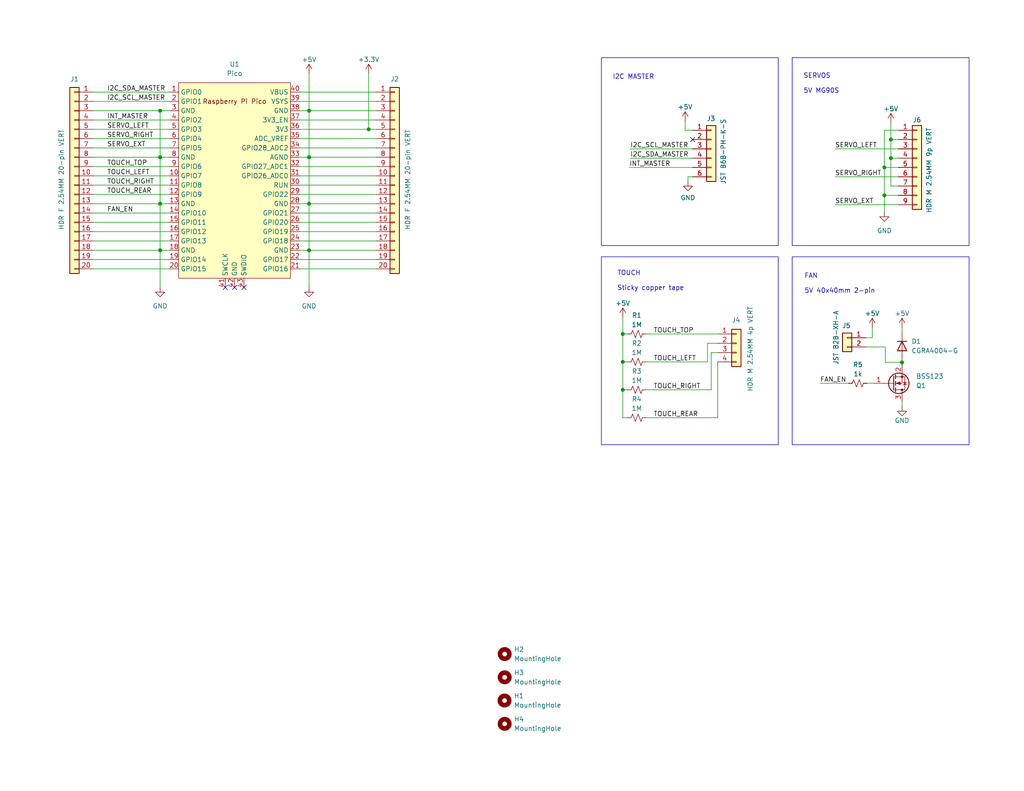
<source format=kicad_sch>
(kicad_sch (version 20230121) (generator eeschema)
  (paper "USLetter")
  (title_block (title "Raspberry Pi Pico Breakout - Head") (company "Maker's Pet") (comment 1 "makerspet.com"))
  (lib_symbols
    (symbol "Connector_Generic:Conn_01x02" (pin_names (offset 1.016) hide)
      (property "Reference" "J" (at 0 2.54 0))
      (property "Value" "Conn_01x02" (at 0 -5.08 0))
      (symbol "Conn_01x02_1_1"
        (rectangle (start -1.27 -2.413) (end 0 -2.667) (stroke (width 0.1524)))
        (rectangle (start -1.27 0.127) (end 0 -0.127) (stroke (width 0.1524)))
        (rectangle (start -1.27 1.27) (end 1.27 -3.81) (stroke (width 0.254)) (fill (type background)))
        (pin passive line (at -5.08 0 0) (length 3.81) (name "Pin_1") (number "1"))
        (pin passive line (at -5.08 -2.54 0) (length 3.81) (name "Pin_2") (number "2"))
      )
    )
    (symbol "Connector_Generic:Conn_01x04" (pin_names (offset 1.016) hide)
      (property "Reference" "J" (at 0 5.08 0))
      (property "Value" "Conn_01x04" (at 0 -7.62 0))
      (symbol "Conn_01x04_1_1"
        (rectangle (start -1.27 -4.953) (end 0 -5.207) (stroke (width 0.1524)))
        (rectangle (start -1.27 -2.413) (end 0 -2.667) (stroke (width 0.1524)))
        (rectangle (start -1.27 0.127) (end 0 -0.127) (stroke (width 0.1524)))
        (rectangle (start -1.27 2.667) (end 0 2.413) (stroke (width 0.1524)))
        (rectangle (start -1.27 3.81) (end 1.27 -6.35) (stroke (width 0.254)) (fill (type background)))
        (pin passive line (at -5.08 2.54 0) (length 3.81) (name "Pin_1") (number "1"))
        (pin passive line (at -5.08 0 0) (length 3.81) (name "Pin_2") (number "2"))
        (pin passive line (at -5.08 -2.54 0) (length 3.81) (name "Pin_3") (number "3"))
        (pin passive line (at -5.08 -5.08 0) (length 3.81) (name "Pin_4") (number "4"))
      )
    )
    (symbol "Connector_Generic:Conn_01x06" (pin_names (offset 1.016) hide)
      (property "Reference" "J" (at 0 7.62 0))
      (property "Value" "Conn_01x06" (at 0 -10.16 0))
      (symbol "Conn_01x06_1_1"
        (rectangle (start -1.27 -7.493) (end 0 -7.747) (stroke (width 0.1524)))
        (rectangle (start -1.27 -4.953) (end 0 -5.207) (stroke (width 0.1524)))
        (rectangle (start -1.27 -2.413) (end 0 -2.667) (stroke (width 0.1524)))
        (rectangle (start -1.27 0.127) (end 0 -0.127) (stroke (width 0.1524)))
        (rectangle (start -1.27 2.667) (end 0 2.413) (stroke (width 0.1524)))
        (rectangle (start -1.27 5.207) (end 0 4.953) (stroke (width 0.1524)))
        (rectangle (start -1.27 6.35) (end 1.27 -8.89) (stroke (width 0.254)) (fill (type background)))
        (pin passive line (at -5.08 5.08 0) (length 3.81) (name "Pin_1") (number "1"))
        (pin passive line (at -5.08 2.54 0) (length 3.81) (name "Pin_2") (number "2"))
        (pin passive line (at -5.08 0 0) (length 3.81) (name "Pin_3") (number "3"))
        (pin passive line (at -5.08 -2.54 0) (length 3.81) (name "Pin_4") (number "4"))
        (pin passive line (at -5.08 -5.08 0) (length 3.81) (name "Pin_5") (number "5"))
        (pin passive line (at -5.08 -7.62 0) (length 3.81) (name "Pin_6") (number "6"))
      )
    )
    (symbol "Connector_Generic:Conn_01x09" (pin_names (offset 1.016) hide)
      (property "Reference" "J" (at 0 12.7 0))
      (property "Value" "Conn_01x09" (at 0 -12.7 0))
      (symbol "Conn_01x09_1_1"
        (rectangle (start -1.27 -10.033) (end 0 -10.287) (stroke (width 0.1524)))
        (rectangle (start -1.27 -7.493) (end 0 -7.747) (stroke (width 0.1524)))
        (rectangle (start -1.27 -4.953) (end 0 -5.207) (stroke (width 0.1524)))
        (rectangle (start -1.27 -2.413) (end 0 -2.667) (stroke (width 0.1524)))
        (rectangle (start -1.27 0.127) (end 0 -0.127) (stroke (width 0.1524)))
        (rectangle (start -1.27 2.667) (end 0 2.413) (stroke (width 0.1524)))
        (rectangle (start -1.27 5.207) (end 0 4.953) (stroke (width 0.1524)))
        (rectangle (start -1.27 7.747) (end 0 7.493) (stroke (width 0.1524)))
        (rectangle (start -1.27 10.287) (end 0 10.033) (stroke (width 0.1524)))
        (rectangle (start -1.27 11.43) (end 1.27 -11.43) (stroke (width 0.254)) (fill (type background)))
        (pin passive line (at -5.08 10.16 0) (length 3.81) (name "Pin_1") (number "1"))
        (pin passive line (at -5.08 7.62 0) (length 3.81) (name "Pin_2") (number "2"))
        (pin passive line (at -5.08 5.08 0) (length 3.81) (name "Pin_3") (number "3"))
        (pin passive line (at -5.08 2.54 0) (length 3.81) (name "Pin_4") (number "4"))
        (pin passive line (at -5.08 0 0) (length 3.81) (name "Pin_5") (number "5"))
        (pin passive line (at -5.08 -2.54 0) (length 3.81) (name "Pin_6") (number "6"))
        (pin passive line (at -5.08 -5.08 0) (length 3.81) (name "Pin_7") (number "7"))
        (pin passive line (at -5.08 -7.62 0) (length 3.81) (name "Pin_8") (number "8"))
        (pin passive line (at -5.08 -10.16 0) (length 3.81) (name "Pin_9") (number "9"))
      )
    )
    (symbol "Connector_Generic:Conn_01x20" (pin_names (offset 1.016) hide)
      (property "Reference" "J" (at 0 25.4 0))
      (property "Value" "Conn_01x20" (at 0 -27.94 0))
      (symbol "Conn_01x20_1_1"
        (rectangle (start -1.27 -25.273) (end 0 -25.527) (stroke (width 0.1524)))
        (rectangle (start -1.27 -22.733) (end 0 -22.987) (stroke (width 0.1524)))
        (rectangle (start -1.27 -20.193) (end 0 -20.447) (stroke (width 0.1524)))
        (rectangle (start -1.27 -17.653) (end 0 -17.907) (stroke (width 0.1524)))
        (rectangle (start -1.27 -15.113) (end 0 -15.367) (stroke (width 0.1524)))
        (rectangle (start -1.27 -12.573) (end 0 -12.827) (stroke (width 0.1524)))
        (rectangle (start -1.27 -10.033) (end 0 -10.287) (stroke (width 0.1524)))
        (rectangle (start -1.27 -7.493) (end 0 -7.747) (stroke (width 0.1524)))
        (rectangle (start -1.27 -4.953) (end 0 -5.207) (stroke (width 0.1524)))
        (rectangle (start -1.27 -2.413) (end 0 -2.667) (stroke (width 0.1524)))
        (rectangle (start -1.27 0.127) (end 0 -0.127) (stroke (width 0.1524)))
        (rectangle (start -1.27 2.667) (end 0 2.413) (stroke (width 0.1524)))
        (rectangle (start -1.27 5.207) (end 0 4.953) (stroke (width 0.1524)))
        (rectangle (start -1.27 7.747) (end 0 7.493) (stroke (width 0.1524)))
        (rectangle (start -1.27 10.287) (end 0 10.033) (stroke (width 0.1524)))
        (rectangle (start -1.27 12.827) (end 0 12.573) (stroke (width 0.1524)))
        (rectangle (start -1.27 15.367) (end 0 15.113) (stroke (width 0.1524)))
        (rectangle (start -1.27 17.907) (end 0 17.653) (stroke (width 0.1524)))
        (rectangle (start -1.27 20.447) (end 0 20.193) (stroke (width 0.1524)))
        (rectangle (start -1.27 22.987) (end 0 22.733) (stroke (width 0.1524)))
        (rectangle (start -1.27 24.13) (end 1.27 -26.67) (stroke (width 0.254)) (fill (type background)))
        (pin passive line (at -5.08 22.86 0) (length 3.81) (name "Pin_1") (number "1"))
        (pin passive line (at -5.08 0 0) (length 3.81) (name "Pin_10") (number "10"))
        (pin passive line (at -5.08 -2.54 0) (length 3.81) (name "Pin_11") (number "11"))
        (pin passive line (at -5.08 -5.08 0) (length 3.81) (name "Pin_12") (number "12"))
        (pin passive line (at -5.08 -7.62 0) (length 3.81) (name "Pin_13") (number "13"))
        (pin passive line (at -5.08 -10.16 0) (length 3.81) (name "Pin_14") (number "14"))
        (pin passive line (at -5.08 -12.7 0) (length 3.81) (name "Pin_15") (number "15"))
        (pin passive line (at -5.08 -15.24 0) (length 3.81) (name "Pin_16") (number "16"))
        (pin passive line (at -5.08 -17.78 0) (length 3.81) (name "Pin_17") (number "17"))
        (pin passive line (at -5.08 -20.32 0) (length 3.81) (name "Pin_18") (number "18"))
        (pin passive line (at -5.08 -22.86 0) (length 3.81) (name "Pin_19") (number "19"))
        (pin passive line (at -5.08 20.32 0) (length 3.81) (name "Pin_2") (number "2"))
        (pin passive line (at -5.08 -25.4 0) (length 3.81) (name "Pin_20") (number "20"))
        (pin passive line (at -5.08 17.78 0) (length 3.81) (name "Pin_3") (number "3"))
        (pin passive line (at -5.08 15.24 0) (length 3.81) (name "Pin_4") (number "4"))
        (pin passive line (at -5.08 12.7 0) (length 3.81) (name "Pin_5") (number "5"))
        (pin passive line (at -5.08 10.16 0) (length 3.81) (name "Pin_6") (number "6"))
        (pin passive line (at -5.08 7.62 0) (length 3.81) (name "Pin_7") (number "7"))
        (pin passive line (at -5.08 5.08 0) (length 3.81) (name "Pin_8") (number "8"))
        (pin passive line (at -5.08 2.54 0) (length 3.81) (name "Pin_9") (number "9"))
      )
    )
    (symbol "Device:D" (pin_numbers hide) (pin_names (offset 1.016) hide)
      (property "Reference" "D" (at 0 2.54 0))
      (property "Value" "D" (at 0 -2.54 0))
      (symbol "D_0_1"
        (polyline (pts (xy -1.27 1.27) (xy -1.27 -1.27)) (stroke (width 0.254)))
        (polyline (pts (xy 1.27 0) (xy -1.27 0)))
        (polyline (pts (xy 1.27 1.27) (xy 1.27 -1.27) (xy -1.27 0) (xy 1.27 1.27)) (stroke (width 0.254)))
      )
      (symbol "D_1_1"
        (pin passive line (at -3.81 0 0) (length 2.54) (name "K") (number "1"))
        (pin passive line (at 3.81 0 180) (length 2.54) (name "A") (number "2"))
      )
    )
    (symbol "Device:R_Small_US" (pin_numbers hide) (pin_names (offset 0.254) hide)
      (property "Reference" "R" (at 0.762 0.508 0))
      (property "Value" "R_Small_US" (at 0.762 -1.016 0))
      (symbol "R_Small_US_1_1"
        (polyline (pts (xy 0 0) (xy 1.016 -0.381) (xy 0 -0.762) (xy -1.016 -1.143) (xy 0 -1.524)))
        (polyline (pts (xy 0 1.524) (xy 1.016 1.143) (xy 0 0.762) (xy -1.016 0.381) (xy 0 0)))
        (pin passive line (at 0 2.54 270) (length 1.016) (name "~") (number "1"))
        (pin passive line (at 0 -2.54 90) (length 1.016) (name "~") (number "2"))
      )
    )
    (symbol "Makerspet:Pico"
      (property "Reference" "U" (at -13.97 27.94 0))
      (property "Value" "Pico" (at 0 19.05 0))
      (symbol "Pico_0_0"
        (text "Raspberry Pi Pico" (at 0 21.59 0) (effects (font (size 1.27 1.27))))
      )
      (symbol "Pico_0_1"
        (rectangle (start -15.24 26.67) (end 15.24 -26.67) (fill (type background)))
      )
      (symbol "Pico_1_1"
        (pin bidirectional line (at -17.78 24.13 0) (length 2.54) (name "GPIO0") (number "1"))
        (pin bidirectional line (at -17.78 1.27 0) (length 2.54) (name "GPIO7") (number "10"))
        (pin bidirectional line (at -17.78 -1.27 0) (length 2.54) (name "GPIO8") (number "11"))
        (pin bidirectional line (at -17.78 -3.81 0) (length 2.54) (name "GPIO9") (number "12"))
        (pin power_in line (at -17.78 -6.35 0) (length 2.54) (name "GND") (number "13"))
        (pin bidirectional line (at -17.78 -8.89 0) (length 2.54) (name "GPIO10") (number "14"))
        (pin bidirectional line (at -17.78 -11.43 0) (length 2.54) (name "GPIO11") (number "15"))
        (pin bidirectional line (at -17.78 -13.97 0) (length 2.54) (name "GPIO12") (number "16"))
        (pin bidirectional line (at -17.78 -16.51 0) (length 2.54) (name "GPIO13") (number "17"))
        (pin power_in line (at -17.78 -19.05 0) (length 2.54) (name "GND") (number "18"))
        (pin bidirectional line (at -17.78 -21.59 0) (length 2.54) (name "GPIO14") (number "19"))
        (pin bidirectional line (at -17.78 21.59 0) (length 2.54) (name "GPIO1") (number "2"))
        (pin bidirectional line (at -17.78 -24.13 0) (length 2.54) (name "GPIO15") (number "20"))
        (pin bidirectional line (at 17.78 -24.13 180) (length 2.54) (name "GPIO16") (number "21"))
        (pin bidirectional line (at 17.78 -21.59 180) (length 2.54) (name "GPIO17") (number "22"))
        (pin power_in line (at 17.78 -19.05 180) (length 2.54) (name "GND") (number "23"))
        (pin bidirectional line (at 17.78 -16.51 180) (length 2.54) (name "GPIO18") (number "24"))
        (pin bidirectional line (at 17.78 -13.97 180) (length 2.54) (name "GPIO19") (number "25"))
        (pin bidirectional line (at 17.78 -11.43 180) (length 2.54) (name "GPIO20") (number "26"))
        (pin bidirectional line (at 17.78 -8.89 180) (length 2.54) (name "GPIO21") (number "27"))
        (pin power_in line (at 17.78 -6.35 180) (length 2.54) (name "GND") (number "28"))
        (pin bidirectional line (at 17.78 -3.81 180) (length 2.54) (name "GPIO22") (number "29"))
        (pin power_in line (at -17.78 19.05 0) (length 2.54) (name "GND") (number "3"))
        (pin input line (at 17.78 -1.27 180) (length 2.54) (name "RUN") (number "30"))
        (pin bidirectional line (at 17.78 1.27 180) (length 2.54) (name "GPIO26_ADC0") (number "31"))
        (pin bidirectional line (at 17.78 3.81 180) (length 2.54) (name "GPIO27_ADC1") (number "32"))
        (pin power_in line (at 17.78 6.35 180) (length 2.54) (name "AGND") (number "33"))
        (pin bidirectional line (at 17.78 8.89 180) (length 2.54) (name "GPIO28_ADC2") (number "34"))
        (pin power_in line (at 17.78 11.43 180) (length 2.54) (name "ADC_VREF") (number "35"))
        (pin power_in line (at 17.78 13.97 180) (length 2.54) (name "3V3") (number "36"))
        (pin input line (at 17.78 16.51 180) (length 2.54) (name "3V3_EN") (number "37"))
        (pin bidirectional line (at 17.78 19.05 180) (length 2.54) (name "GND") (number "38"))
        (pin power_in line (at 17.78 21.59 180) (length 2.54) (name "VSYS") (number "39"))
        (pin bidirectional line (at -17.78 16.51 0) (length 2.54) (name "GPIO2") (number "4"))
        (pin power_in line (at 17.78 24.13 180) (length 2.54) (name "VBUS") (number "40"))
        (pin input line (at -2.54 -29.21 90) (length 2.54) (name "SWCLK") (number "41"))
        (pin power_in line (at 0 -29.21 90) (length 2.54) (name "GND") (number "42"))
        (pin bidirectional line (at 2.54 -29.21 90) (length 2.54) (name "SWDIO") (number "43"))
        (pin bidirectional line (at -17.78 13.97 0) (length 2.54) (name "GPIO3") (number "5"))
        (pin bidirectional line (at -17.78 11.43 0) (length 2.54) (name "GPIO4") (number "6"))
        (pin bidirectional line (at -17.78 8.89 0) (length 2.54) (name "GPIO5") (number "7"))
        (pin power_in line (at -17.78 6.35 0) (length 2.54) (name "GND") (number "8"))
        (pin bidirectional line (at -17.78 3.81 0) (length 2.54) (name "GPIO6") (number "9"))
      )
    )
    (symbol "Mechanical:MountingHole" (pin_names (offset 1.016))
      (property "Reference" "H" (at 0 5.08 0))
      (property "Value" "MountingHole" (at 0 3.175 0))
      (symbol "MountingHole_0_1"
        (circle (center 0 0) (radius 1.27) (stroke (width 1.27)))
      )
    )
    (symbol "Transistor_FET:BSS123" (pin_names hide)
      (property "Reference" "Q" (at 5.08 1.905 0))
      (property "Value" "BSS123" (at 5.08 0 0))
      (symbol "BSS123_0_1"
        (polyline (pts (xy 0.254 0) (xy -2.54 0)))
        (polyline (pts (xy 0.254 1.905) (xy 0.254 -1.905)) (stroke (width 0.254)))
        (polyline (pts (xy 0.762 -1.27) (xy 0.762 -2.286)) (stroke (width 0.254)))
        (polyline (pts (xy 0.762 0.508) (xy 0.762 -0.508)) (stroke (width 0.254)))
        (polyline (pts (xy 0.762 2.286) (xy 0.762 1.27)) (stroke (width 0.254)))
        (polyline (pts (xy 2.54 2.54) (xy 2.54 1.778)))
        (polyline (pts (xy 2.54 -2.54) (xy 2.54 0) (xy 0.762 0)))
        (polyline (pts (xy 0.762 -1.778) (xy 3.302 -1.778) (xy 3.302 1.778) (xy 0.762 1.778)))
        (polyline (pts (xy 1.016 0) (xy 2.032 0.381) (xy 2.032 -0.381) (xy 1.016 0)) (fill (type outline)))
        (polyline (pts (xy 2.794 0.508) (xy 2.921 0.381) (xy 3.683 0.381) (xy 3.81 0.254)))
        (polyline (pts (xy 3.302 0.381) (xy 2.921 -0.254) (xy 3.683 -0.254) (xy 3.302 0.381)))
        (circle (center 1.651 0) (radius 2.794) (stroke (width 0.254)))
        (circle (center 2.54 -1.778) (radius 0.254) (fill (type outline)))
        (circle (center 2.54 1.778) (radius 0.254) (fill (type outline)))
      )
      (symbol "BSS123_1_1"
        (pin input line (at -5.08 0 0) (length 2.54) (name "G") (number "1"))
        (pin passive line (at 2.54 -5.08 90) (length 2.54) (name "S") (number "2"))
        (pin passive line (at 2.54 5.08 270) (length 2.54) (name "D") (number "3"))
      )
    )
    (symbol "power:+3.3V" (power) (pin_names (offset 0))
      (property "Value" "+3.3V" (at 0 3.556 0))
      (symbol "+3.3V_0_1"
        (polyline (pts (xy -0.762 1.27) (xy 0 2.54)))
        (polyline (pts (xy 0 0) (xy 0 2.54)))
        (polyline (pts (xy 0 2.54) (xy 0.762 1.27)))
      )
      (symbol "+3.3V_1_1"
        (pin power_in line (at 0 0 90) (length 0) hide (name "+3.3V") (number "1"))
      )
    )
    (symbol "power:+5V" (power) (pin_names (offset 0))
      (property "Value" "+5V" (at 0 3.556 0))
      (symbol "+5V_0_1"
        (polyline (pts (xy -0.762 1.27) (xy 0 2.54)))
        (polyline (pts (xy 0 0) (xy 0 2.54)))
        (polyline (pts (xy 0 2.54) (xy 0.762 1.27)))
      )
      (symbol "+5V_1_1"
        (pin power_in line (at 0 0 90) (length 0) hide (name "+5V") (number "1"))
      )
    )
    (symbol "power:GND" (power) (pin_names (offset 0))
      (property "Value" "GND" (at 0 -3.81 0))
      (symbol "GND_0_1"
        (polyline (pts (xy 0 0) (xy 0 -1.27) (xy 1.27 -1.27) (xy 0 -2.54) (xy -1.27 -1.27) (xy 0 -1.27)))
      )
      (symbol "GND_1_1"
        (pin power_in line (at 0 0 270) (length 0) hide (name "GND") (number "1"))
      )
    )
  )
  (junction (at 84.328 55.626))
  (junction (at 246.126 98.933))
  (junction (at 84.328 30.226))
  (junction (at 169.926 98.806))
  (junction (at 43.688 55.626))
  (junction (at 241.3 53.34))
  (junction (at 43.688 30.226))
  (junction (at 43.688 68.326))
  (junction (at 169.926 91.186))
  (junction (at 241.3 45.72))
  (junction (at 243.078 38.1))
  (junction (at 84.328 42.926))
  (junction (at 100.584 35.306))
  (junction (at 243.078 43.18))
  (junction (at 169.926 106.426))
  (junction (at 43.688 42.926))
  (junction (at 84.328 68.326))
  (no_connect (at 64.008 78.486))
  (no_connect (at 66.548 78.486))
  (no_connect (at 61.468 78.486))
  (no_connect (at 188.976 38.1))
  (wire (pts (xy 169.926 114.046) (xy 171.196 114.046)))
  (wire (pts (xy 241.3 45.72) (xy 245.11 45.72)))
  (wire (pts (xy 169.926 91.186) (xy 169.926 98.806)))
  (wire (pts (xy 43.688 55.626) (xy 43.688 68.326)))
  (wire (pts (xy 81.788 32.766) (xy 102.616 32.766)))
  (wire (pts (xy 81.788 27.686) (xy 102.616 27.686)))
  (wire (pts (xy 43.688 30.226) (xy 46.228 30.226)))
  (wire (pts (xy 246.126 109.728) (xy 246.126 110.998)))
  (wire (pts (xy 84.328 55.626) (xy 84.328 68.326)))
  (wire (pts (xy 169.926 86.614) (xy 169.926 91.186)))
  (wire (pts (xy 171.958 43.18) (xy 188.976 43.18)))
  (wire (pts (xy 81.788 40.386) (xy 102.616 40.386)))
  (wire (pts (xy 169.926 106.426) (xy 169.926 114.046)))
  (wire (pts (xy 246.126 98.933) (xy 246.126 99.568)))
  (wire (pts (xy 81.788 73.406) (xy 102.616 73.406)))
  (wire (pts (xy 169.926 91.186) (xy 171.196 91.186)))
  (wire (pts (xy 25.4 37.846) (xy 46.228 37.846)))
  (wire (pts (xy 81.788 37.846) (xy 102.616 37.846)))
  (wire (pts (xy 171.958 40.64) (xy 188.976 40.64)))
  (wire (pts (xy 25.4 68.326) (xy 43.688 68.326)))
  (wire (pts (xy 25.4 65.786) (xy 46.228 65.786)))
  (wire (pts (xy 171.704 45.72) (xy 188.976 45.72)))
  (wire (pts (xy 176.276 98.806) (xy 193.04 98.806)))
  (wire (pts (xy 81.788 55.626) (xy 84.328 55.626)))
  (wire (pts (xy 25.4 35.306) (xy 46.228 35.306)))
  (wire (pts (xy 43.688 30.226) (xy 43.688 42.926)))
  (wire (pts (xy 194.056 96.266) (xy 195.834 96.266)))
  (wire (pts (xy 245.11 43.18) (xy 243.078 43.18)))
  (wire (pts (xy 81.788 68.326) (xy 84.328 68.326)))
  (wire (pts (xy 43.688 42.926) (xy 43.688 55.626)))
  (wire (pts (xy 236.22 94.742) (xy 241.554 94.742)))
  (wire (pts (xy 169.926 98.806) (xy 171.196 98.806)))
  (wire (pts (xy 243.078 43.18) (xy 243.078 38.1)))
  (wire (pts (xy 241.3 53.34) (xy 245.11 53.34)))
  (wire (pts (xy 241.3 57.912) (xy 241.3 53.34)))
  (wire (pts (xy 81.788 53.086) (xy 102.616 53.086)))
  (wire (pts (xy 25.4 73.406) (xy 46.228 73.406)))
  (wire (pts (xy 169.926 106.426) (xy 171.196 106.426)))
  (wire (pts (xy 241.554 98.933) (xy 246.126 98.933)))
  (wire (pts (xy 25.4 30.226) (xy 43.688 30.226)))
  (wire (pts (xy 81.788 58.166) (xy 102.616 58.166)))
  (wire (pts (xy 188.976 48.26) (xy 187.706 48.26)))
  (wire (pts (xy 25.4 48.006) (xy 46.228 48.006)))
  (wire (pts (xy 193.04 98.806) (xy 193.04 93.726)))
  (wire (pts (xy 100.584 20.066) (xy 100.584 35.306)))
  (wire (pts (xy 176.276 114.046) (xy 195.834 114.046)))
  (wire (pts (xy 81.788 50.546) (xy 102.616 50.546)))
  (wire (pts (xy 81.788 35.306) (xy 100.584 35.306)))
  (wire (pts (xy 237.998 92.202) (xy 237.998 89.408)))
  (wire (pts (xy 243.078 50.8) (xy 243.078 43.18)))
  (wire (pts (xy 43.688 55.626) (xy 46.228 55.626)))
  (wire (pts (xy 25.4 63.246) (xy 46.228 63.246)))
  (wire (pts (xy 81.788 70.866) (xy 102.616 70.866)))
  (wire (pts (xy 169.926 98.806) (xy 169.926 106.426)))
  (wire (pts (xy 223.774 104.648) (xy 231.521 104.648)))
  (wire (pts (xy 25.4 45.466) (xy 46.228 45.466)))
  (wire (pts (xy 25.4 60.706) (xy 46.228 60.706)))
  (wire (pts (xy 186.944 33.02) (xy 186.944 35.56)))
  (wire (pts (xy 25.4 27.686) (xy 46.228 27.686)))
  (wire (pts (xy 25.4 55.626) (xy 43.688 55.626)))
  (wire (pts (xy 81.788 63.246) (xy 102.616 63.246)))
  (wire (pts (xy 81.788 48.006) (xy 102.616 48.006)))
  (wire (pts (xy 81.788 45.466) (xy 102.616 45.466)))
  (wire (pts (xy 81.788 25.146) (xy 102.616 25.146)))
  (wire (pts (xy 236.601 104.648) (xy 238.506 104.648)))
  (wire (pts (xy 194.056 106.426) (xy 194.056 96.266)))
  (wire (pts (xy 187.706 48.26) (xy 187.706 49.53)))
  (wire (pts (xy 84.328 55.626) (xy 102.616 55.626)))
  (wire (pts (xy 246.126 98.298) (xy 246.126 98.933)))
  (wire (pts (xy 241.3 45.72) (xy 241.3 35.56)))
  (wire (pts (xy 246.126 89.408) (xy 246.126 90.678)))
  (wire (pts (xy 43.688 68.326) (xy 46.228 68.326)))
  (wire (pts (xy 81.788 30.226) (xy 84.328 30.226)))
  (wire (pts (xy 241.554 94.742) (xy 241.554 98.933)))
  (wire (pts (xy 25.4 53.086) (xy 46.228 53.086)))
  (wire (pts (xy 84.328 68.326) (xy 102.616 68.326)))
  (wire (pts (xy 84.328 30.226) (xy 84.328 42.926)))
  (wire (pts (xy 243.078 38.1) (xy 243.078 33.528)))
  (wire (pts (xy 195.834 114.046) (xy 195.834 98.806)))
  (wire (pts (xy 81.788 42.926) (xy 84.328 42.926)))
  (wire (pts (xy 25.4 70.866) (xy 46.228 70.866)))
  (wire (pts (xy 227.838 55.88) (xy 245.11 55.88)))
  (wire (pts (xy 81.788 60.706) (xy 102.616 60.706)))
  (wire (pts (xy 176.276 91.186) (xy 195.834 91.186)))
  (wire (pts (xy 236.22 92.202) (xy 237.998 92.202)))
  (wire (pts (xy 84.328 20.066) (xy 84.328 30.226)))
  (wire (pts (xy 43.688 42.926) (xy 46.228 42.926)))
  (wire (pts (xy 84.328 30.226) (xy 102.616 30.226)))
  (wire (pts (xy 241.3 35.56) (xy 245.11 35.56)))
  (wire (pts (xy 227.838 48.26) (xy 245.11 48.26)))
  (wire (pts (xy 193.04 93.726) (xy 195.834 93.726)))
  (wire (pts (xy 25.4 42.926) (xy 43.688 42.926)))
  (wire (pts (xy 245.11 50.8) (xy 243.078 50.8)))
  (wire (pts (xy 100.584 35.306) (xy 102.616 35.306)))
  (wire (pts (xy 25.4 40.386) (xy 46.228 40.386)))
  (wire (pts (xy 84.328 68.326) (xy 84.328 78.486)))
  (wire (pts (xy 245.11 38.1) (xy 243.078 38.1)))
  (wire (pts (xy 25.4 58.166) (xy 46.228 58.166)))
  (wire (pts (xy 188.976 35.56) (xy 186.944 35.56)))
  (wire (pts (xy 25.4 50.546) (xy 46.228 50.546)))
  (wire (pts (xy 25.4 25.146) (xy 46.228 25.146)))
  (wire (pts (xy 25.4 32.766) (xy 46.228 32.766)))
  (wire (pts (xy 84.328 42.926) (xy 102.616 42.926)))
  (wire (pts (xy 227.838 40.64) (xy 245.11 40.64)))
  (wire (pts (xy 84.328 42.926) (xy 84.328 55.626)))
  (wire (pts (xy 81.788 65.786) (xy 102.616 65.786)))
  (wire (pts (xy 176.276 106.426) (xy 194.056 106.426)))
  (wire (pts (xy 43.688 68.326) (xy 43.688 78.486)))
  (wire (pts (xy 241.3 53.34) (xy 241.3 45.72)))
  (rectangle (start 164.084 70.104) (end 212.344 121.412))
  (rectangle (start 164.084 15.748) (end 212.344 67.056))
  (rectangle (start 216.154 70.104) (end 264.414 121.412))
  (rectangle (start 216.154 15.748) (end 264.414 67.056))
  (text "SERVOS\n\n5V MG90S" (at 219.202 25.654 0) (effects (font (size 1.27 1.27)) (justify left bottom)))
  (text "FAN\n\n5V 40x40mm 2-pin" (at 219.456 80.264 0) (effects (font (size 1.27 1.27)) (justify left bottom)))
  (text "I2C MASTER" (at 167.132 21.844 0) (effects (font (size 1.27 1.27)) (justify left bottom)))
  (text "TOUCH\n\nSticky copper tape" (at 168.402 79.502 0) (effects (font (size 1.27 1.27)) (justify left bottom)))
  (label "SERVO_RIGHT" (at 227.838 48.26 0))
  (label "SERVO_RIGHT" (at 29.21 37.846 0))
  (label "TOUCH_REAR" (at 29.21 53.086 0))
  (label "TOUCH_LEFT" (at 29.21 48.006 0))
  (label "INT_MASTER" (at 29.21 32.766 0))
  (label "INT_MASTER" (at 171.704 45.72 0))
  (label "TOUCH_RIGHT" (at 29.21 50.546 0))
  (label "TOUCH_RIGHT" (at 178.308 106.426 0))
  (label "I2C_SCL_MASTER" (at 171.958 40.64 0))
  (label "I2C_SCL_MASTER" (at 29.21 27.686 0))
  (label "SERVO_LEFT" (at 227.838 40.64 0))
  (label "SERVO_LEFT" (at 29.21 35.306 0))
  (label "FAN_EN" (at 223.774 104.648 0))
  (label "I2C_SDA_MASTER" (at 171.958 43.18 0))
  (label "SERVO_EXT" (at 29.21 40.386 0))
  (label "I2C_SDA_MASTER" (at 29.21 25.146 0))
  (label "FAN_EN" (at 29.21 58.166 0))
  (label "TOUCH_REAR" (at 178.308 114.046 0))
  (label "TOUCH_TOP" (at 29.21 45.466 0))
  (label "SERVO_EXT" (at 227.838 55.88 0))
  (label "TOUCH_TOP" (at 178.308 91.186 0))
  (label "TOUCH_LEFT" (at 178.308 98.806 0))
  (symbol (lib_id "Device:R_Small_US") (at 173.736 106.426 270) (unit 1)
    (property "Reference" "R3" (at 173.736 101.346 90))
    (property "Value" "1M" (at 173.736 103.886 90))
    (property "Footprint" "Resistor_SMD:R_0603_1608Metric" (effects hide))
  )
  (symbol (lib_id "Device:R_Small_US") (at 173.736 98.806 270) (unit 1)
    (property "Reference" "R2" (at 173.736 93.726 90))
    (property "Value" "1M" (at 173.736 96.266 90))
    (property "Footprint" "Resistor_SMD:R_0603_1608Metric" (effects hide))
  )
  (symbol (lib_id "Mechanical:MountingHole") (at 137.7029 178.5735 0) (unit 1)
    (property "Reference" "H2" (at 140.2429 177.3035 0) (effects (justify left)))
    (property "Value" "MountingHole" (at 140.2429 179.8435 0) (effects (justify left)))
    (property "Footprint" "MountingHole:MountingHole_3.2mm_M3" (effects hide))
  )
  (symbol (lib_id "power:+3.3V") (at 100.584 20.066 0) (unit 1)
    (property "Reference" "#PWR04" (effects hide))
    (property "Value" "+3.3V" (at 100.584 16.256 0))
  )
  (symbol (lib_id "power:+5V") (at 246.126 89.408 0) (unit 1)
    (property "Reference" "#PWR011" (effects hide))
    (property "Value" "+5V" (at 246.126 85.598 0))
  )
  (symbol (lib_id "power:GND") (at 43.688 78.486 0) (unit 1)
    (property "Reference" "#PWR01" (effects hide))
    (property "Value" "GND" (at 43.688 83.566 0))
  )
  (symbol (lib_id "Connector_Generic:Conn_01x20") (at 107.696 48.006 0) (unit 1)
    (property "Reference" "J2" (at 107.696 21.59 0))
    (property "Value" "HDR F 2.54MM 20-pin VERT" (at 111.252 49.022 90))
    (property "Footprint" "Connector_PinHeader_2.54mm:PinHeader_1x20_P2.54mm_Vertical" (effects hide))
  )
  (symbol (lib_id "Connector_Generic:Conn_01x06") (at 194.056 40.64 0) (unit 1)
    (property "Reference" "J3" (at 192.786 32.385 0) (effects (justify left)))
    (property "Value" "JST B6B-PH-K-S" (at 197.358 50.292 90) (effects (justify left)))
    (property "Footprint" "Connector_JST:JST_PH_B6B-PH-K_1x06_P2.00mm_Vertical" (effects hide))
  )
  (symbol (lib_id "Device:R_Small_US") (at 173.736 114.046 270) (unit 1)
    (property "Reference" "R4" (at 173.736 108.966 90))
    (property "Value" "1M" (at 173.736 111.506 90))
    (property "Footprint" "Resistor_SMD:R_0603_1608Metric" (effects hide))
  )
  (symbol (lib_id "Device:R_Small_US") (at 234.061 104.648 270) (unit 1)
    (property "Reference" "R5" (at 234.061 99.568 90))
    (property "Value" "1k" (at 234.061 102.108 90))
    (property "Footprint" "Resistor_SMD:R_0603_1608Metric" (effects hide))
  )
  (symbol (lib_id "power:GND") (at 84.328 78.486 0) (unit 1)
    (property "Reference" "#PWR03" (effects hide))
    (property "Value" "GND" (at 84.328 83.566 0))
  )
  (symbol (lib_id "Device:R_Small_US") (at 173.736 91.186 270) (unit 1)
    (property "Reference" "R1" (at 173.736 86.106 90))
    (property "Value" "1M" (at 173.736 88.646 90))
    (property "Footprint" "Resistor_SMD:R_0603_1608Metric" (effects hide))
  )
  (symbol (lib_id "power:+5V") (at 84.328 20.066 0) (unit 1)
    (property "Reference" "#PWR02" (effects hide))
    (property "Value" "+5V" (at 84.328 16.256 0))
  )
  (symbol (lib_id "Mechanical:MountingHole") (at 137.7029 184.9235 0) (unit 1)
    (property "Reference" "H3" (at 140.2429 183.6535 0) (effects (justify left)))
    (property "Value" "MountingHole" (at 140.2429 186.1935 0) (effects (justify left)))
    (property "Footprint" "MountingHole:MountingHole_3.2mm_M3" (effects hide))
  )
  (symbol (lib_id "Connector_Generic:Conn_01x04") (at 200.914 93.726 0) (unit 1)
    (property "Reference" "J4" (at 199.644 87.376 0) (effects (justify left)))
    (property "Value" "HDR M 2.54MM 4p VERT" (at 204.724 106.934 90) (effects (justify left)))
    (property "Footprint" "Connector_PinHeader_2.54mm:PinHeader_1x04_P2.54mm_Vertical" (effects hide))
  )
  (symbol (lib_id "power:+5V") (at 237.998 89.408 0) (unit 1)
    (property "Reference" "#PWR08" (effects hide))
    (property "Value" "+5V" (at 237.998 85.598 0))
  )
  (symbol (lib_id "power:+5V") (at 243.078 33.528 0) (unit 1)
    (property "Reference" "#PWR010" (effects hide))
    (property "Value" "+5V" (at 243.078 29.718 0))
  )
  (symbol (lib_id "power:GND") (at 241.3 57.912 0) (unit 1)
    (property "Reference" "#PWR09" (effects hide))
    (property "Value" "GND" (at 241.3 62.992 0))
  )
  (symbol (lib_id "Connector_Generic:Conn_01x02") (at 231.14 92.202 0) (mirror y) (unit 1)
    (property "Reference" "J5" (at 232.156 88.9 0) (effects (justify left)))
    (property "Value" "JST B2B-XH-A" (at 228.092 99.568 90) (effects (justify left)))
    (property "Footprint" "Connector_JST:JST_XH_B2B-XH-A_1x02_P2.50mm_Vertical" (effects hide))
  )
  (symbol (lib_id "Connector_Generic:Conn_01x20") (at 20.32 48.006 0) (mirror y) (unit 1)
    (property "Reference" "J1" (at 20.32 21.59 0))
    (property "Value" "HDR F 2.54MM 20-pin VERT" (at 16.764 49.022 90))
    (property "Footprint" "Connector_PinHeader_2.54mm:PinHeader_1x20_P2.54mm_Vertical" (effects hide))
  )
  (symbol (lib_id "Device:D") (at 246.126 94.488 270) (unit 1)
    (property "Reference" "D1" (at 248.666 93.218 90) (effects (justify left)))
    (property "Value" "CGRA4004-G" (at 248.666 95.758 90) (effects (justify left)))
    (property "Footprint" "Diode_SMD:D_SMA" (effects hide))
    (property "Sim.Device" "D" (effects hide))
    (property "Sim.Pins" "1=K 2=A" (effects hide))
  )
  (symbol (lib_id "Mechanical:MountingHole") (at 137.7029 197.6235 0) (unit 1)
    (property "Reference" "H4" (at 140.2429 196.3535 0) (effects (justify left)))
    (property "Value" "MountingHole" (at 140.2429 198.8935 0) (effects (justify left)))
    (property "Footprint" "MountingHole:MountingHole_3.2mm_M3" (effects hide))
  )
  (symbol (lib_id "power:+5V") (at 186.944 33.02 0) (unit 1)
    (property "Reference" "#PWR06" (effects hide))
    (property "Value" "+5V" (at 186.944 29.21 0))
  )
  (symbol (lib_id "power:GND") (at 246.126 110.998 0) (unit 1)
    (property "Reference" "#PWR012" (effects hide))
    (property "Value" "GND" (at 246.126 114.808 0))
  )
  (symbol (lib_id "Connector_Generic:Conn_01x09") (at 250.19 45.72 0) (unit 1)
    (property "Reference" "J6" (at 250.19 32.766 0))
    (property "Value" "HDR M 2.54MM 9p VERT" (at 253.492 46.482 90))
    (property "Footprint" "Connector_PinHeader_2.54mm:PinHeader_1x09_P2.54mm_Vertical" (effects hide))
  )
  (symbol (lib_id "power:GND") (at 187.706 49.53 0) (unit 1)
    (property "Reference" "#PWR07" (effects hide))
    (property "Value" "GND" (at 187.706 53.975 0))
  )
  (symbol (lib_id "Mechanical:MountingHole") (at 137.668 191.262 0) (unit 1)
    (property "Reference" "H1" (at 140.208 189.992 0) (effects (justify left)))
    (property "Value" "MountingHole" (at 140.208 192.532 0) (effects (justify left)))
    (property "Footprint" "MountingHole:MountingHole_3.2mm_M3" (effects hide))
  )
  (symbol (lib_id "Transistor_FET:BSS123") (at 243.586 104.648 0) (mirror x) (unit 1)
    (property "Reference" "Q1" (at 249.936 105.283 0) (effects (justify left)))
    (property "Value" "BSS123" (at 249.936 102.743 0) (effects (justify left)))
    (property "Footprint" "Package_TO_SOT_SMD:SOT-23" (effects hide))
    (property "Datasheet" "http://www.diodes.com/assets/Datasheets/ds30366.pdf" (effects hide))
  )
  (symbol (lib_id "Makerspet:Pico") (at 64.008 49.276 0) (unit 1)
    (property "Reference" "U1" (at 64.008 17.526 0))
    (property "Value" "Pico" (at 64.008 20.066 0))
    (property "Footprint" "Makerspet:RPi_Pico_SMD_TH" (effects hide))
  )
  (symbol (lib_id "power:+5V") (at 169.926 86.614 0) (unit 1)
    (property "Reference" "#PWR05" (effects hide))
    (property "Value" "+5V" (at 169.926 82.804 0))
  )
)
</source>
